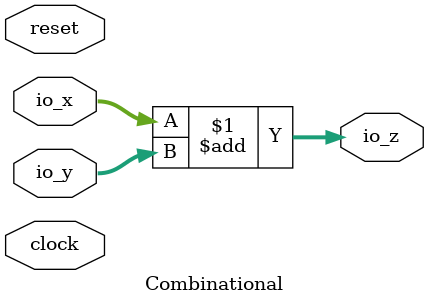
<source format=v>
module Combinational(
  input         clock,
  input         reset,
  input  [15:0] io_x,
  input  [15:0] io_y,
  output [15:0] io_z
);
  assign io_z = io_x + io_y; // @[Combinational.scala 12:8]
endmodule

</source>
